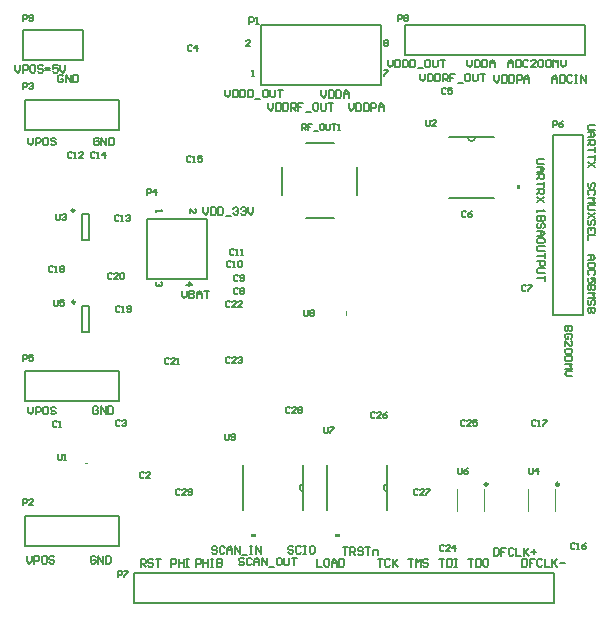
<source format=gto>
G04*
G04 #@! TF.GenerationSoftware,Altium Limited,Altium Designer,18.0.11 (651)*
G04*
G04 Layer_Color=65535*
%FSLAX25Y25*%
%MOIN*%
G70*
G01*
G75*
%ADD10C,0.00000*%
%ADD11C,0.00984*%
%ADD12C,0.00600*%
%ADD13C,0.01000*%
%ADD14C,0.00787*%
%ADD15C,0.00100*%
%ADD16C,0.00394*%
%ADD17C,0.00500*%
G36*
X84789Y-173961D02*
Y-174961D01*
X83289D01*
Y-173961D01*
X84789D01*
D02*
G37*
G36*
X112742D02*
Y-174961D01*
X111242D01*
Y-173961D01*
X112742D01*
D02*
G37*
G36*
X171993Y-57718D02*
X172993D01*
Y-59219D01*
X171993D01*
Y-57718D01*
D02*
G37*
D10*
X27847Y-150712D02*
G03*
X28846Y-150712I500J1123D01*
G01*
D11*
X24332Y-66312D02*
G03*
X24332Y-66312I-492J0D01*
G01*
X24525Y-96784D02*
G03*
X24525Y-96784I-492J0D01*
G01*
D12*
X155493Y-41919D02*
G03*
X157893Y-41919I1200J0D01*
G01*
X100589Y-157461D02*
G03*
X100589Y-159861I0J-1200D01*
G01*
X128542Y-157461D02*
G03*
X128542Y-159861I0J-1200D01*
G01*
X149279Y-62019D02*
X164107D01*
X149279Y-41919D02*
X164107D01*
X80489Y-166076D02*
Y-151247D01*
X100589Y-166076D02*
Y-151247D01*
X128542Y-166076D02*
Y-151247D01*
X108442Y-166076D02*
Y-151247D01*
D13*
X162024Y-157579D02*
G03*
X162024Y-157579I-500J0D01*
G01*
X185843D02*
G03*
X185843Y-157579I-500J0D01*
G01*
D14*
X29056Y-76154D02*
Y-67493D01*
X26694Y-76154D02*
Y-67493D01*
Y-76154D02*
X29056D01*
X26694Y-67493D02*
X29056D01*
X29249Y-106626D02*
Y-97965D01*
X26887Y-106626D02*
Y-97965D01*
Y-106626D02*
X29249D01*
X26887Y-97965D02*
X29249D01*
X44055Y-197126D02*
Y-187126D01*
X184055D01*
Y-197126D02*
Y-187126D01*
X176555Y-197126D02*
X184055D01*
X44055D02*
X176555D01*
X101420Y-43840D02*
X110719D01*
X93570Y-60990D02*
Y-51691D01*
X101420Y-68840D02*
X110720D01*
X118570Y-60989D02*
Y-51690D01*
X134528Y-14449D02*
X194528D01*
X134528Y-4449D02*
X194528D01*
X134528Y-14449D02*
Y-4449D01*
X194528Y-14449D02*
Y-4449D01*
X126575Y-24449D02*
Y-4449D01*
X86575Y-24449D02*
Y-4449D01*
X126575D01*
X86575Y-24449D02*
X126575D01*
X68490Y-89020D02*
Y-69020D01*
X48490D02*
X68490D01*
X48490Y-89020D02*
X68490D01*
X48490D02*
Y-69020D01*
X183740Y-101172D02*
X193740D01*
X183740Y-41172D02*
X193740D01*
Y-101172D02*
Y-41172D01*
X183740Y-101172D02*
Y-41172D01*
X39213Y-129803D02*
Y-119803D01*
X7717Y-129803D02*
X39213D01*
X7717D02*
Y-119803D01*
X39213D01*
Y-178000D02*
Y-168000D01*
X7717Y-178000D02*
X39213D01*
X7717D02*
Y-168000D01*
X39213D01*
Y-39290D02*
Y-29290D01*
X7717Y-39290D02*
X39213D01*
X7717D02*
Y-29290D01*
X39213D01*
X27126Y-16024D02*
Y-6024D01*
X7126Y-16024D02*
X27126D01*
X7126D02*
Y-6024D01*
X27126D01*
D15*
X114673Y-101068D02*
Y-99869D01*
D16*
X160827Y-166535D02*
Y-159252D01*
X151772Y-166535D02*
Y-159252D01*
X184646Y-166535D02*
Y-159252D01*
X175591Y-166535D02*
Y-159252D01*
D17*
X4600Y-17791D02*
Y-19457D01*
X5433Y-20290D01*
X6266Y-19457D01*
Y-17791D01*
X7099Y-20290D02*
Y-17791D01*
X8349D01*
X8765Y-18207D01*
Y-19040D01*
X8349Y-19457D01*
X7099D01*
X10848Y-17791D02*
X10015D01*
X9598Y-18207D01*
Y-19873D01*
X10015Y-20290D01*
X10848D01*
X11265Y-19873D01*
Y-18207D01*
X10848Y-17791D01*
X13764Y-18207D02*
X13347Y-17791D01*
X12514D01*
X12098Y-18207D01*
Y-18624D01*
X12514Y-19040D01*
X13347D01*
X13764Y-19457D01*
Y-19873D01*
X13347Y-20290D01*
X12514D01*
X12098Y-19873D01*
X14597Y-19457D02*
X16263D01*
X14597Y-18624D02*
X16263D01*
X18762Y-17791D02*
X17096D01*
Y-19040D01*
X17929Y-18624D01*
X18346D01*
X18762Y-19040D01*
Y-19873D01*
X18346Y-20290D01*
X17513D01*
X17096Y-19873D01*
X19595Y-17791D02*
Y-19457D01*
X20428Y-20290D01*
X21261Y-19457D01*
Y-17791D01*
X67290Y-65191D02*
Y-66857D01*
X68123Y-67690D01*
X68956Y-66857D01*
Y-65191D01*
X69789D02*
Y-67690D01*
X71039D01*
X71455Y-67273D01*
Y-65607D01*
X71039Y-65191D01*
X69789D01*
X72288D02*
Y-67690D01*
X73538D01*
X73954Y-67273D01*
Y-65607D01*
X73538Y-65191D01*
X72288D01*
X74788Y-68107D02*
X76454D01*
X77287Y-65607D02*
X77703Y-65191D01*
X78536D01*
X78953Y-65607D01*
Y-66024D01*
X78536Y-66440D01*
X78120D01*
X78536D01*
X78953Y-66857D01*
Y-67273D01*
X78536Y-67690D01*
X77703D01*
X77287Y-67273D01*
X79786Y-65607D02*
X80203Y-65191D01*
X81036D01*
X81452Y-65607D01*
Y-66024D01*
X81036Y-66440D01*
X80619D01*
X81036D01*
X81452Y-66857D01*
Y-67273D01*
X81036Y-67690D01*
X80203D01*
X79786Y-67273D01*
X82285Y-65191D02*
Y-66857D01*
X83118Y-67690D01*
X83951Y-66857D01*
Y-65191D01*
X60140Y-92971D02*
Y-94637D01*
X60973Y-95470D01*
X61806Y-94637D01*
Y-92971D01*
X62639D02*
Y-95470D01*
X63889D01*
X64305Y-95053D01*
Y-94637D01*
X63889Y-94220D01*
X62639D01*
X63889D01*
X64305Y-93804D01*
Y-93387D01*
X63889Y-92971D01*
X62639D01*
X65138Y-95470D02*
Y-93804D01*
X65971Y-92971D01*
X66804Y-93804D01*
Y-95470D01*
Y-94220D01*
X65138D01*
X67638Y-92971D02*
X69304D01*
X68471D01*
Y-95470D01*
X31406Y-181867D02*
X30990Y-181451D01*
X30156D01*
X29740Y-181867D01*
Y-183534D01*
X30156Y-183950D01*
X30990D01*
X31406Y-183534D01*
Y-182700D01*
X30573D01*
X32239Y-183950D02*
Y-181451D01*
X33905Y-183950D01*
Y-181451D01*
X34738D02*
Y-183950D01*
X35988D01*
X36404Y-183534D01*
Y-181867D01*
X35988Y-181451D01*
X34738D01*
X32226Y-131987D02*
X31810Y-131571D01*
X30977D01*
X30560Y-131987D01*
Y-133653D01*
X30977Y-134070D01*
X31810D01*
X32226Y-133653D01*
Y-132820D01*
X31393D01*
X33059Y-134070D02*
Y-131571D01*
X34725Y-134070D01*
Y-131571D01*
X35558D02*
Y-134070D01*
X36808D01*
X37225Y-133653D01*
Y-131987D01*
X36808Y-131571D01*
X35558D01*
X32486Y-42377D02*
X32070Y-41961D01*
X31236D01*
X30820Y-42377D01*
Y-44043D01*
X31236Y-44460D01*
X32070D01*
X32486Y-44043D01*
Y-43210D01*
X31653D01*
X33319Y-44460D02*
Y-41961D01*
X34985Y-44460D01*
Y-41961D01*
X35818D02*
Y-44460D01*
X37068D01*
X37484Y-44043D01*
Y-42377D01*
X37068Y-41961D01*
X35818D01*
X8440Y-181451D02*
Y-183117D01*
X9273Y-183950D01*
X10106Y-183117D01*
Y-181451D01*
X10939Y-183950D02*
Y-181451D01*
X12189D01*
X12605Y-181867D01*
Y-182700D01*
X12189Y-183117D01*
X10939D01*
X14688Y-181451D02*
X13855D01*
X13438Y-181867D01*
Y-183534D01*
X13855Y-183950D01*
X14688D01*
X15104Y-183534D01*
Y-181867D01*
X14688Y-181451D01*
X17604Y-181867D02*
X17187Y-181451D01*
X16354D01*
X15938Y-181867D01*
Y-182284D01*
X16354Y-182700D01*
X17187D01*
X17604Y-183117D01*
Y-183534D01*
X17187Y-183950D01*
X16354D01*
X15938Y-183534D01*
X8850Y-131691D02*
Y-133357D01*
X9683Y-134190D01*
X10516Y-133357D01*
Y-131691D01*
X11349Y-134190D02*
Y-131691D01*
X12599D01*
X13015Y-132107D01*
Y-132940D01*
X12599Y-133357D01*
X11349D01*
X15098Y-131691D02*
X14265D01*
X13848Y-132107D01*
Y-133774D01*
X14265Y-134190D01*
X15098D01*
X15515Y-133774D01*
Y-132107D01*
X15098Y-131691D01*
X18014Y-132107D02*
X17597Y-131691D01*
X16764D01*
X16348Y-132107D01*
Y-132524D01*
X16764Y-132940D01*
X17597D01*
X18014Y-133357D01*
Y-133774D01*
X17597Y-134190D01*
X16764D01*
X16348Y-133774D01*
X8880Y-41961D02*
Y-43627D01*
X9713Y-44460D01*
X10546Y-43627D01*
Y-41961D01*
X11379Y-44460D02*
Y-41961D01*
X12629D01*
X13045Y-42377D01*
Y-43210D01*
X12629Y-43627D01*
X11379D01*
X15128Y-41961D02*
X14295D01*
X13878Y-42377D01*
Y-44043D01*
X14295Y-44460D01*
X15128D01*
X15544Y-44043D01*
Y-42377D01*
X15128Y-41961D01*
X18044Y-42377D02*
X17627Y-41961D01*
X16794D01*
X16378Y-42377D01*
Y-42794D01*
X16794Y-43210D01*
X17627D01*
X18044Y-43627D01*
Y-44043D01*
X17627Y-44460D01*
X16794D01*
X16378Y-44043D01*
X173590Y-182497D02*
Y-184996D01*
X174840D01*
X175256Y-184580D01*
Y-182914D01*
X174840Y-182497D01*
X173590D01*
X177755D02*
X176089D01*
Y-183747D01*
X176922D01*
X176089D01*
Y-184996D01*
X180254Y-182914D02*
X179838Y-182497D01*
X179005D01*
X178588Y-182914D01*
Y-184580D01*
X179005Y-184996D01*
X179838D01*
X180254Y-184580D01*
X181088Y-182497D02*
Y-184996D01*
X182754D01*
X183587Y-182497D02*
Y-184996D01*
Y-184163D01*
X185253Y-182497D01*
X184003Y-183747D01*
X185253Y-184996D01*
X186086Y-183747D02*
X187752D01*
X164080Y-178781D02*
Y-181280D01*
X165330D01*
X165746Y-180863D01*
Y-179197D01*
X165330Y-178781D01*
X164080D01*
X168245D02*
X166579D01*
Y-180030D01*
X167412D01*
X166579D01*
Y-181280D01*
X170745Y-179197D02*
X170328Y-178781D01*
X169495D01*
X169078Y-179197D01*
Y-180863D01*
X169495Y-181280D01*
X170328D01*
X170745Y-180863D01*
X171578Y-178781D02*
Y-181280D01*
X173244D01*
X174077Y-178781D02*
Y-181280D01*
Y-180447D01*
X175743Y-178781D01*
X174493Y-180030D01*
X175743Y-181280D01*
X176576Y-180030D02*
X178242D01*
X177409Y-179197D02*
Y-180863D01*
X155650Y-182497D02*
X157316D01*
X156483D01*
Y-184996D01*
X158149Y-182497D02*
Y-184996D01*
X159399D01*
X159815Y-184580D01*
Y-182914D01*
X159399Y-182497D01*
X158149D01*
X161898D02*
X161065D01*
X160648Y-182914D01*
Y-184580D01*
X161065Y-184996D01*
X161898D01*
X162314Y-184580D01*
Y-182914D01*
X161898Y-182497D01*
X145970D02*
X147636D01*
X146803D01*
Y-184996D01*
X148469Y-182497D02*
Y-184996D01*
X149719D01*
X150135Y-184580D01*
Y-182914D01*
X149719Y-182497D01*
X148469D01*
X150968D02*
X151801D01*
X151385D01*
Y-184996D01*
X150968D01*
X151801D01*
X135560Y-182497D02*
X137226D01*
X136393D01*
Y-184996D01*
X138059D02*
Y-182497D01*
X138892Y-183330D01*
X139725Y-182497D01*
Y-184996D01*
X142225Y-182914D02*
X141808Y-182497D01*
X140975D01*
X140558Y-182914D01*
Y-183330D01*
X140975Y-183747D01*
X141808D01*
X142225Y-184163D01*
Y-184580D01*
X141808Y-184996D01*
X140975D01*
X140558Y-184580D01*
X125340Y-182497D02*
X127006D01*
X126173D01*
Y-184996D01*
X129505Y-182914D02*
X129089Y-182497D01*
X128256D01*
X127839Y-182914D01*
Y-184580D01*
X128256Y-184996D01*
X129089D01*
X129505Y-184580D01*
X130338Y-182497D02*
Y-184996D01*
Y-184163D01*
X132004Y-182497D01*
X130755Y-183747D01*
X132004Y-184996D01*
X113830Y-178541D02*
X115496D01*
X114663D01*
Y-181040D01*
X116329D02*
Y-178541D01*
X117579D01*
X117995Y-178957D01*
Y-179790D01*
X117579Y-180207D01*
X116329D01*
X117162D02*
X117995Y-181040D01*
X120494Y-178957D02*
X120078Y-178541D01*
X119245D01*
X118828Y-178957D01*
Y-179374D01*
X119245Y-179790D01*
X120078D01*
X120494Y-180207D01*
Y-180623D01*
X120078Y-181040D01*
X119245D01*
X118828Y-180623D01*
X121328Y-178541D02*
X122994D01*
X122161D01*
Y-181040D01*
X123827D02*
Y-179374D01*
X125076D01*
X125493Y-179790D01*
Y-181040D01*
X105100Y-182497D02*
Y-184996D01*
X106766D01*
X108849Y-182497D02*
X108016D01*
X107599Y-182914D01*
Y-184580D01*
X108016Y-184996D01*
X108849D01*
X109265Y-184580D01*
Y-182914D01*
X108849Y-182497D01*
X110098Y-184996D02*
Y-183330D01*
X110931Y-182497D01*
X111765Y-183330D01*
Y-184996D01*
Y-183747D01*
X110098D01*
X112598Y-182497D02*
Y-184996D01*
X113847D01*
X114264Y-184580D01*
Y-182914D01*
X113847Y-182497D01*
X112598D01*
X97306Y-178587D02*
X96890Y-178171D01*
X96056D01*
X95640Y-178587D01*
Y-179004D01*
X96056Y-179420D01*
X96890D01*
X97306Y-179837D01*
Y-180254D01*
X96890Y-180670D01*
X96056D01*
X95640Y-180254D01*
X99805Y-178587D02*
X99389Y-178171D01*
X98556D01*
X98139Y-178587D01*
Y-180254D01*
X98556Y-180670D01*
X99389D01*
X99805Y-180254D01*
X100638Y-178171D02*
X101471D01*
X101055D01*
Y-180670D01*
X100638D01*
X101471D01*
X103971Y-178171D02*
X103138D01*
X102721Y-178587D01*
Y-180254D01*
X103138Y-180670D01*
X103971D01*
X104387Y-180254D01*
Y-178587D01*
X103971Y-178171D01*
X80856Y-182497D02*
X80440Y-182081D01*
X79606D01*
X79190Y-182497D01*
Y-182914D01*
X79606Y-183330D01*
X80440D01*
X80856Y-183747D01*
Y-184163D01*
X80440Y-184580D01*
X79606D01*
X79190Y-184163D01*
X83355Y-182497D02*
X82939Y-182081D01*
X82106D01*
X81689Y-182497D01*
Y-184163D01*
X82106Y-184580D01*
X82939D01*
X83355Y-184163D01*
X84188Y-184580D02*
Y-182914D01*
X85021Y-182081D01*
X85855Y-182914D01*
Y-184580D01*
Y-183330D01*
X84188D01*
X86688Y-184580D02*
Y-182081D01*
X88354Y-184580D01*
Y-182081D01*
X89187Y-184996D02*
X90853D01*
X92936Y-182081D02*
X92102D01*
X91686Y-182497D01*
Y-184163D01*
X92102Y-184580D01*
X92936D01*
X93352Y-184163D01*
Y-182497D01*
X92936Y-182081D01*
X94185D02*
Y-184163D01*
X94602Y-184580D01*
X95435D01*
X95851Y-184163D01*
Y-182081D01*
X96684D02*
X98351D01*
X97517D01*
Y-184580D01*
X71866Y-178607D02*
X71450Y-178191D01*
X70617D01*
X70200Y-178607D01*
Y-179024D01*
X70617Y-179440D01*
X71450D01*
X71866Y-179857D01*
Y-180273D01*
X71450Y-180690D01*
X70617D01*
X70200Y-180273D01*
X74365Y-178607D02*
X73949Y-178191D01*
X73116D01*
X72699Y-178607D01*
Y-180273D01*
X73116Y-180690D01*
X73949D01*
X74365Y-180273D01*
X75198Y-180690D02*
Y-179024D01*
X76031Y-178191D01*
X76864Y-179024D01*
Y-180690D01*
Y-179440D01*
X75198D01*
X77698Y-180690D02*
Y-178191D01*
X79364Y-180690D01*
Y-178191D01*
X80197Y-181106D02*
X81863D01*
X82696Y-178191D02*
X83529D01*
X83113D01*
Y-180690D01*
X82696D01*
X83529D01*
X84779D02*
Y-178191D01*
X86445Y-180690D01*
Y-178191D01*
X64770Y-184996D02*
Y-182497D01*
X66020D01*
X66436Y-182914D01*
Y-183747D01*
X66020Y-184163D01*
X64770D01*
X67269Y-182497D02*
Y-184996D01*
Y-183747D01*
X68935D01*
Y-182497D01*
Y-184996D01*
X69768Y-182497D02*
X70601D01*
X70185D01*
Y-184996D01*
X69768D01*
X70601D01*
X71851Y-182497D02*
Y-184996D01*
X73101D01*
X73517Y-184580D01*
Y-184163D01*
X73101Y-183747D01*
X71851D01*
X73101D01*
X73517Y-183330D01*
Y-182914D01*
X73101Y-182497D01*
X71851D01*
X56510Y-184996D02*
Y-182497D01*
X57760D01*
X58176Y-182914D01*
Y-183747D01*
X57760Y-184163D01*
X56510D01*
X59009Y-182497D02*
Y-184996D01*
Y-183747D01*
X60675D01*
Y-182497D01*
Y-184996D01*
X61508Y-182497D02*
X62341D01*
X61925D01*
Y-184996D01*
X61508D01*
X62341D01*
X46340D02*
Y-182497D01*
X47590D01*
X48006Y-182914D01*
Y-183747D01*
X47590Y-184163D01*
X46340D01*
X47173D02*
X48006Y-184996D01*
X50505Y-182914D02*
X50089Y-182497D01*
X49256D01*
X48839Y-182914D01*
Y-183330D01*
X49256Y-183747D01*
X50089D01*
X50505Y-184163D01*
Y-184580D01*
X50089Y-184996D01*
X49256D01*
X48839Y-184580D01*
X51338Y-182497D02*
X53004D01*
X52171D01*
Y-184996D01*
X20536Y-21497D02*
X20120Y-21081D01*
X19286D01*
X18870Y-21497D01*
Y-23164D01*
X19286Y-23580D01*
X20120D01*
X20536Y-23164D01*
Y-22330D01*
X19703D01*
X21369Y-23580D02*
Y-21081D01*
X23035Y-23580D01*
Y-21081D01*
X23868D02*
Y-23580D01*
X25118D01*
X25534Y-23164D01*
Y-21497D01*
X25118Y-21081D01*
X23868D01*
X190229Y-104850D02*
X187730D01*
Y-106100D01*
X188146Y-106516D01*
X188563D01*
X188980Y-106100D01*
Y-104850D01*
Y-106100D01*
X189396Y-106516D01*
X189813D01*
X190229Y-106100D01*
Y-104850D01*
X189813Y-109015D02*
X190229Y-108599D01*
Y-107766D01*
X189813Y-107349D01*
X188146D01*
X187730Y-107766D01*
Y-108599D01*
X188146Y-109015D01*
X188980D01*
Y-108182D01*
X187730Y-111514D02*
Y-109848D01*
X189396Y-111514D01*
X189813D01*
X190229Y-111098D01*
Y-110265D01*
X189813Y-109848D01*
Y-112348D02*
X190229Y-112764D01*
Y-113597D01*
X189813Y-114014D01*
X188146D01*
X187730Y-113597D01*
Y-112764D01*
X188146Y-112348D01*
X189813D01*
Y-114847D02*
X190229Y-115263D01*
Y-116096D01*
X189813Y-116513D01*
X188146D01*
X187730Y-116096D01*
Y-115263D01*
X188146Y-114847D01*
X189813D01*
X187730Y-117346D02*
X190229D01*
X189396Y-118179D01*
X190229Y-119012D01*
X187730D01*
X190229Y-119845D02*
X188563D01*
X187730Y-120678D01*
X188563Y-121511D01*
X190229D01*
X195410Y-81130D02*
X197076D01*
X197909Y-81963D01*
X197076Y-82796D01*
X195410D01*
X196660D01*
Y-81130D01*
X197909Y-83629D02*
X195410D01*
Y-84879D01*
X195826Y-85295D01*
X197493D01*
X197909Y-84879D01*
Y-83629D01*
X197493Y-87795D02*
X197909Y-87378D01*
Y-86545D01*
X197493Y-86128D01*
X195826D01*
X195410Y-86545D01*
Y-87378D01*
X195826Y-87795D01*
X197909Y-90294D02*
Y-88628D01*
X196660D01*
X197076Y-89461D01*
Y-89877D01*
X196660Y-90294D01*
X195826D01*
X195410Y-89877D01*
Y-89044D01*
X195826Y-88628D01*
X197909Y-91127D02*
X195410D01*
Y-92376D01*
X195826Y-92793D01*
X196243D01*
X196660Y-92376D01*
Y-91127D01*
Y-92376D01*
X197076Y-92793D01*
X197493D01*
X197909Y-92376D01*
Y-91127D01*
X195410Y-93626D02*
X197909D01*
X197076Y-94459D01*
X197909Y-95292D01*
X195410D01*
X197493Y-97791D02*
X197909Y-97375D01*
Y-96542D01*
X197493Y-96125D01*
X197076D01*
X196660Y-96542D01*
Y-97375D01*
X196243Y-97791D01*
X195826D01*
X195410Y-97375D01*
Y-96542D01*
X195826Y-96125D01*
X197909Y-98624D02*
X195410D01*
Y-99874D01*
X195826Y-100291D01*
X196243D01*
X196660Y-99874D01*
Y-98624D01*
Y-99874D01*
X197076Y-100291D01*
X197493D01*
X197909Y-99874D01*
Y-98624D01*
X178540Y-66000D02*
Y-66833D01*
Y-66417D01*
X181039D01*
X180623Y-66000D01*
X181039Y-68083D02*
X178540D01*
Y-69332D01*
X178956Y-69749D01*
X179373D01*
X179790Y-69332D01*
Y-68083D01*
Y-69332D01*
X180206Y-69749D01*
X180623D01*
X181039Y-69332D01*
Y-68083D01*
X180623Y-72248D02*
X181039Y-71831D01*
Y-70998D01*
X180623Y-70582D01*
X180206D01*
X179790Y-70998D01*
Y-71831D01*
X179373Y-72248D01*
X178956D01*
X178540Y-71831D01*
Y-70998D01*
X178956Y-70582D01*
X178540Y-73081D02*
X180206D01*
X181039Y-73914D01*
X180206Y-74747D01*
X178540D01*
X179790D01*
Y-73081D01*
X181039Y-76830D02*
Y-75997D01*
X180623Y-75580D01*
X178956D01*
X178540Y-75997D01*
Y-76830D01*
X178956Y-77246D01*
X180623D01*
X181039Y-76830D01*
Y-78079D02*
X178956D01*
X178540Y-78496D01*
Y-79329D01*
X178956Y-79746D01*
X181039D01*
Y-80579D02*
Y-82245D01*
Y-81412D01*
X178540D01*
Y-83078D02*
X181039D01*
Y-84327D01*
X180623Y-84744D01*
X179790D01*
X179373Y-84327D01*
Y-83078D01*
X181039Y-85577D02*
X178956D01*
X178540Y-85993D01*
Y-86827D01*
X178956Y-87243D01*
X181039D01*
Y-88076D02*
Y-89742D01*
Y-88909D01*
X178540D01*
X197433Y-58616D02*
X197849Y-58200D01*
Y-57367D01*
X197433Y-56950D01*
X197016D01*
X196600Y-57367D01*
Y-58200D01*
X196183Y-58616D01*
X195766D01*
X195350Y-58200D01*
Y-57367D01*
X195766Y-56950D01*
X197433Y-61115D02*
X197849Y-60699D01*
Y-59866D01*
X197433Y-59449D01*
X195766D01*
X195350Y-59866D01*
Y-60699D01*
X195766Y-61115D01*
X195350Y-61948D02*
X197849D01*
X197016Y-62781D01*
X197849Y-63614D01*
X195350D01*
X197849Y-64448D02*
X195766D01*
X195350Y-64864D01*
Y-65697D01*
X195766Y-66114D01*
X197849D01*
Y-66947D02*
X195350Y-68613D01*
X197849D02*
X195350Y-66947D01*
X197433Y-71112D02*
X197849Y-70696D01*
Y-69863D01*
X197433Y-69446D01*
X197016D01*
X196600Y-69863D01*
Y-70696D01*
X196183Y-71112D01*
X195766D01*
X195350Y-70696D01*
Y-69863D01*
X195766Y-69446D01*
X197849Y-73611D02*
Y-71945D01*
X195350D01*
Y-73611D01*
X196600Y-71945D02*
Y-72778D01*
X197849Y-74444D02*
X195350D01*
Y-76111D01*
X180919Y-49190D02*
X178837D01*
X178420Y-49606D01*
Y-50440D01*
X178837Y-50856D01*
X180919D01*
X178420Y-51689D02*
X180086D01*
X180919Y-52522D01*
X180086Y-53355D01*
X178420D01*
X179670D01*
Y-51689D01*
X178420Y-54188D02*
X180919D01*
Y-55438D01*
X180503Y-55854D01*
X179670D01*
X179253Y-55438D01*
Y-54188D01*
Y-55021D02*
X178420Y-55854D01*
X180919Y-56688D02*
Y-58354D01*
Y-57521D01*
X178420D01*
Y-59187D02*
X180919D01*
Y-60436D01*
X180503Y-60853D01*
X179670D01*
X179253Y-60436D01*
Y-59187D01*
Y-60020D02*
X178420Y-60853D01*
X180919Y-61686D02*
X178420Y-63352D01*
X180919D02*
X178420Y-61686D01*
X197849Y-37720D02*
X195766D01*
X195350Y-38137D01*
Y-38970D01*
X195766Y-39386D01*
X197849D01*
X195350Y-40219D02*
X197016D01*
X197849Y-41052D01*
X197016Y-41885D01*
X195350D01*
X196600D01*
Y-40219D01*
X195350Y-42718D02*
X197849D01*
Y-43968D01*
X197433Y-44385D01*
X196600D01*
X196183Y-43968D01*
Y-42718D01*
Y-43551D02*
X195350Y-44385D01*
X197849Y-45218D02*
Y-46884D01*
Y-46051D01*
X195350D01*
X197849Y-47717D02*
Y-49383D01*
Y-48550D01*
X195350D01*
X197849Y-50216D02*
X195350Y-51882D01*
X197849D02*
X195350Y-50216D01*
X183650Y-23607D02*
Y-21940D01*
X184483Y-21107D01*
X185316Y-21940D01*
Y-23607D01*
Y-22357D01*
X183650D01*
X186149Y-21107D02*
Y-23607D01*
X187399D01*
X187815Y-23190D01*
Y-21524D01*
X187399Y-21107D01*
X186149D01*
X190314Y-21524D02*
X189898Y-21107D01*
X189065D01*
X188648Y-21524D01*
Y-23190D01*
X189065Y-23607D01*
X189898D01*
X190314Y-23190D01*
X191148Y-21107D02*
X191981D01*
X191564D01*
Y-23607D01*
X191148D01*
X191981D01*
X193230D02*
Y-21107D01*
X194896Y-23607D01*
Y-21107D01*
X169000Y-18440D02*
Y-16774D01*
X169833Y-15941D01*
X170666Y-16774D01*
Y-18440D01*
Y-17190D01*
X169000D01*
X171499Y-15941D02*
Y-18440D01*
X172749D01*
X173165Y-18023D01*
Y-16357D01*
X172749Y-15941D01*
X171499D01*
X175664Y-16357D02*
X175248Y-15941D01*
X174415D01*
X173998Y-16357D01*
Y-18023D01*
X174415Y-18440D01*
X175248D01*
X175664Y-18023D01*
X178164Y-18440D02*
X176498D01*
X178164Y-16774D01*
Y-16357D01*
X177747Y-15941D01*
X176914D01*
X176498Y-16357D01*
X178997D02*
X179413Y-15941D01*
X180246D01*
X180663Y-16357D01*
Y-18023D01*
X180246Y-18440D01*
X179413D01*
X178997Y-18023D01*
Y-16357D01*
X181496D02*
X181913Y-15941D01*
X182746D01*
X183162Y-16357D01*
Y-18023D01*
X182746Y-18440D01*
X181913D01*
X181496Y-18023D01*
Y-16357D01*
X183995Y-18440D02*
Y-15941D01*
X184828Y-16774D01*
X185661Y-15941D01*
Y-18440D01*
X186494Y-15941D02*
Y-17607D01*
X187327Y-18440D01*
X188161Y-17607D01*
Y-15941D01*
X164330Y-21107D02*
Y-22773D01*
X165163Y-23607D01*
X165996Y-22773D01*
Y-21107D01*
X166829D02*
Y-23607D01*
X168079D01*
X168495Y-23190D01*
Y-21524D01*
X168079Y-21107D01*
X166829D01*
X169328D02*
Y-23607D01*
X170578D01*
X170994Y-23190D01*
Y-21524D01*
X170578Y-21107D01*
X169328D01*
X171828Y-23607D02*
Y-21107D01*
X173077D01*
X173494Y-21524D01*
Y-22357D01*
X173077Y-22773D01*
X171828D01*
X174327Y-23607D02*
Y-21940D01*
X175160Y-21107D01*
X175993Y-21940D01*
Y-23607D01*
Y-22357D01*
X174327D01*
X115830Y-30581D02*
Y-32247D01*
X116663Y-33080D01*
X117496Y-32247D01*
Y-30581D01*
X118329D02*
Y-33080D01*
X119579D01*
X119995Y-32664D01*
Y-30997D01*
X119579Y-30581D01*
X118329D01*
X120828D02*
Y-33080D01*
X122078D01*
X122494Y-32664D01*
Y-30997D01*
X122078Y-30581D01*
X120828D01*
X123328Y-33080D02*
Y-30581D01*
X124577D01*
X124994Y-30997D01*
Y-31830D01*
X124577Y-32247D01*
X123328D01*
X125827Y-33080D02*
Y-31414D01*
X126660Y-30581D01*
X127493Y-31414D01*
Y-33080D01*
Y-31830D01*
X125827D01*
X106630Y-26191D02*
Y-27857D01*
X107463Y-28690D01*
X108296Y-27857D01*
Y-26191D01*
X109129D02*
Y-28690D01*
X110379D01*
X110795Y-28273D01*
Y-26607D01*
X110379Y-26191D01*
X109129D01*
X111628D02*
Y-28690D01*
X112878D01*
X113294Y-28273D01*
Y-26607D01*
X112878Y-26191D01*
X111628D01*
X114128Y-28690D02*
Y-27024D01*
X114961Y-26191D01*
X115794Y-27024D01*
Y-28690D01*
Y-27440D01*
X114128D01*
X155240Y-15941D02*
Y-17607D01*
X156073Y-18440D01*
X156906Y-17607D01*
Y-15941D01*
X157739D02*
Y-18440D01*
X158989D01*
X159405Y-18023D01*
Y-16357D01*
X158989Y-15941D01*
X157739D01*
X160238D02*
Y-18440D01*
X161488D01*
X161905Y-18023D01*
Y-16357D01*
X161488Y-15941D01*
X160238D01*
X162738Y-18440D02*
Y-16774D01*
X163571Y-15941D01*
X164404Y-16774D01*
Y-18440D01*
Y-17190D01*
X162738D01*
X139560Y-20691D02*
Y-22357D01*
X140393Y-23190D01*
X141226Y-22357D01*
Y-20691D01*
X142059D02*
Y-23190D01*
X143309D01*
X143725Y-22773D01*
Y-21107D01*
X143309Y-20691D01*
X142059D01*
X144558D02*
Y-23190D01*
X145808D01*
X146224Y-22773D01*
Y-21107D01*
X145808Y-20691D01*
X144558D01*
X147058Y-23190D02*
Y-20691D01*
X148307D01*
X148724Y-21107D01*
Y-21940D01*
X148307Y-22357D01*
X147058D01*
X147891D02*
X148724Y-23190D01*
X151223Y-20691D02*
X149557D01*
Y-21940D01*
X150390D01*
X149557D01*
Y-23190D01*
X152056Y-23607D02*
X153722D01*
X155805Y-20691D02*
X154972D01*
X154555Y-21107D01*
Y-22773D01*
X154972Y-23190D01*
X155805D01*
X156221Y-22773D01*
Y-21107D01*
X155805Y-20691D01*
X157054D02*
Y-22773D01*
X157471Y-23190D01*
X158304D01*
X158721Y-22773D01*
Y-20691D01*
X159554D02*
X161220D01*
X160387D01*
Y-23190D01*
X88960Y-30521D02*
Y-32187D01*
X89793Y-33020D01*
X90626Y-32187D01*
Y-30521D01*
X91459D02*
Y-33020D01*
X92709D01*
X93125Y-32603D01*
Y-30937D01*
X92709Y-30521D01*
X91459D01*
X93958D02*
Y-33020D01*
X95208D01*
X95625Y-32603D01*
Y-30937D01*
X95208Y-30521D01*
X93958D01*
X96458Y-33020D02*
Y-30521D01*
X97707D01*
X98124Y-30937D01*
Y-31770D01*
X97707Y-32187D01*
X96458D01*
X97291D02*
X98124Y-33020D01*
X100623Y-30521D02*
X98957D01*
Y-31770D01*
X99790D01*
X98957D01*
Y-33020D01*
X101456Y-33437D02*
X103122D01*
X105205Y-30521D02*
X104372D01*
X103955Y-30937D01*
Y-32603D01*
X104372Y-33020D01*
X105205D01*
X105621Y-32603D01*
Y-30937D01*
X105205Y-30521D01*
X106454D02*
Y-32603D01*
X106871Y-33020D01*
X107704D01*
X108121Y-32603D01*
Y-30521D01*
X108953D02*
X110620D01*
X109787D01*
Y-33020D01*
X128740Y-15941D02*
Y-17607D01*
X129573Y-18440D01*
X130406Y-17607D01*
Y-15941D01*
X131239D02*
Y-18440D01*
X132489D01*
X132905Y-18023D01*
Y-16357D01*
X132489Y-15941D01*
X131239D01*
X133738D02*
Y-18440D01*
X134988D01*
X135405Y-18023D01*
Y-16357D01*
X134988Y-15941D01*
X133738D01*
X136238D02*
Y-18440D01*
X137487D01*
X137904Y-18023D01*
Y-16357D01*
X137487Y-15941D01*
X136238D01*
X138737Y-18857D02*
X140403D01*
X142485Y-15941D02*
X141653D01*
X141236Y-16357D01*
Y-18023D01*
X141653Y-18440D01*
X142485D01*
X142902Y-18023D01*
Y-16357D01*
X142485Y-15941D01*
X143735D02*
Y-18023D01*
X144152Y-18440D01*
X144985D01*
X145401Y-18023D01*
Y-15941D01*
X146234D02*
X147900D01*
X147067D01*
Y-18440D01*
X74630Y-26071D02*
Y-27737D01*
X75463Y-28570D01*
X76296Y-27737D01*
Y-26071D01*
X77129D02*
Y-28570D01*
X78379D01*
X78795Y-28153D01*
Y-26487D01*
X78379Y-26071D01*
X77129D01*
X79628D02*
Y-28570D01*
X80878D01*
X81295Y-28153D01*
Y-26487D01*
X80878Y-26071D01*
X79628D01*
X82128D02*
Y-28570D01*
X83377D01*
X83794Y-28153D01*
Y-26487D01*
X83377Y-26071D01*
X82128D01*
X84627Y-28986D02*
X86293D01*
X88376Y-26071D02*
X87542D01*
X87126Y-26487D01*
Y-28153D01*
X87542Y-28570D01*
X88376D01*
X88792Y-28153D01*
Y-26487D01*
X88376Y-26071D01*
X89625D02*
Y-28153D01*
X90042Y-28570D01*
X90875D01*
X91291Y-28153D01*
Y-26071D01*
X92124D02*
X93791D01*
X92957D01*
Y-28570D01*
X127575Y-9783D02*
X127908Y-9449D01*
X128575D01*
X128908Y-9783D01*
Y-10116D01*
X128575Y-10449D01*
X128908Y-10782D01*
Y-11116D01*
X128575Y-11449D01*
X127908D01*
X127575Y-11116D01*
Y-10782D01*
X127908Y-10449D01*
X127575Y-10116D01*
Y-9783D01*
X127908Y-10449D02*
X128575D01*
X127575Y-19450D02*
X128908D01*
Y-19783D01*
X127575Y-21116D01*
Y-21449D01*
X83575D02*
X84241D01*
X83908D01*
Y-19450D01*
X83575Y-19783D01*
X82908Y-11449D02*
X81575D01*
X82908Y-10116D01*
Y-9783D01*
X82574Y-9449D01*
X81908D01*
X81575Y-9783D01*
X51490Y-66020D02*
Y-66686D01*
Y-66353D01*
X53489D01*
X53156Y-66020D01*
X62980Y-66953D02*
Y-65620D01*
X64313Y-66953D01*
X64646D01*
X64979Y-66620D01*
Y-65953D01*
X64646Y-65620D01*
X61490Y-91020D02*
X63489D01*
X62490Y-90020D01*
Y-91353D01*
X53156Y-90020D02*
X53489Y-90353D01*
Y-91020D01*
X53156Y-91353D01*
X52823D01*
X52490Y-91020D01*
Y-90687D01*
Y-91020D01*
X52156Y-91353D01*
X51823D01*
X51490Y-91020D01*
Y-90353D01*
X51823Y-90020D01*
X141600Y-36101D02*
Y-37767D01*
X141933Y-38100D01*
X142600D01*
X142933Y-37767D01*
Y-36101D01*
X144932Y-38100D02*
X143599D01*
X144932Y-36767D01*
Y-36434D01*
X144599Y-36101D01*
X143933D01*
X143599Y-36434D01*
X152100Y-152101D02*
Y-153767D01*
X152433Y-154100D01*
X153100D01*
X153433Y-153767D01*
Y-152101D01*
X155432D02*
X154766Y-152434D01*
X154099Y-153100D01*
Y-153767D01*
X154433Y-154100D01*
X155099D01*
X155432Y-153767D01*
Y-153434D01*
X155099Y-153100D01*
X154099D01*
X147653Y-178024D02*
X147320Y-177691D01*
X146653D01*
X146320Y-178024D01*
Y-179357D01*
X146653Y-179690D01*
X147320D01*
X147653Y-179357D01*
X149652Y-179690D02*
X148319D01*
X149652Y-178357D01*
Y-178024D01*
X149319Y-177691D01*
X148653D01*
X148319Y-178024D01*
X151318Y-179690D02*
Y-177691D01*
X150319Y-178690D01*
X151652D01*
X191173Y-177544D02*
X190840Y-177211D01*
X190173D01*
X189840Y-177544D01*
Y-178877D01*
X190173Y-179210D01*
X190840D01*
X191173Y-178877D01*
X191839Y-179210D02*
X192506D01*
X192173D01*
Y-177211D01*
X191839Y-177544D01*
X194838Y-177211D02*
X194172Y-177544D01*
X193506Y-178210D01*
Y-178877D01*
X193839Y-179210D01*
X194505D01*
X194838Y-178877D01*
Y-178544D01*
X194505Y-178210D01*
X193506D01*
X132070Y-3060D02*
Y-1061D01*
X133070D01*
X133403Y-1394D01*
Y-2060D01*
X133070Y-2394D01*
X132070D01*
X134069Y-1394D02*
X134403Y-1061D01*
X135069D01*
X135402Y-1394D01*
Y-1727D01*
X135069Y-2060D01*
X135402Y-2394D01*
Y-2727D01*
X135069Y-3060D01*
X134403D01*
X134069Y-2727D01*
Y-2394D01*
X134403Y-2060D01*
X134069Y-1727D01*
Y-1394D01*
X134403Y-2060D02*
X135069D01*
X183870Y-38300D02*
Y-36301D01*
X184870D01*
X185203Y-36634D01*
Y-37300D01*
X184870Y-37634D01*
X183870D01*
X187202Y-36301D02*
X186536Y-36634D01*
X185869Y-37300D01*
Y-37967D01*
X186203Y-38300D01*
X186869D01*
X187202Y-37967D01*
Y-37634D01*
X186869Y-37300D01*
X185869D01*
X38920Y-188510D02*
Y-186511D01*
X39920D01*
X40253Y-186844D01*
Y-187510D01*
X39920Y-187844D01*
X38920D01*
X40919Y-186511D02*
X42252D01*
Y-186844D01*
X40919Y-188177D01*
Y-188510D01*
X74540Y-140881D02*
Y-142547D01*
X74873Y-142880D01*
X75540D01*
X75873Y-142547D01*
Y-140881D01*
X76539Y-142547D02*
X76873Y-142880D01*
X77539D01*
X77872Y-142547D01*
Y-141214D01*
X77539Y-140881D01*
X76873D01*
X76539Y-141214D01*
Y-141547D01*
X76873Y-141880D01*
X77872D01*
X100750Y-99291D02*
Y-100957D01*
X101083Y-101290D01*
X101750D01*
X102083Y-100957D01*
Y-99291D01*
X102749Y-99624D02*
X103083Y-99291D01*
X103749D01*
X104082Y-99624D01*
Y-99957D01*
X103749Y-100290D01*
X104082Y-100624D01*
Y-100957D01*
X103749Y-101290D01*
X103083D01*
X102749Y-100957D01*
Y-100624D01*
X103083Y-100290D01*
X102749Y-99957D01*
Y-99624D01*
X103083Y-100290D02*
X103749D01*
X107600Y-138601D02*
Y-140267D01*
X107933Y-140600D01*
X108600D01*
X108933Y-140267D01*
Y-138601D01*
X109599D02*
X110932D01*
Y-138934D01*
X109599Y-140267D01*
Y-140600D01*
X17350Y-96181D02*
Y-97847D01*
X17683Y-98180D01*
X18350D01*
X18683Y-97847D01*
Y-96181D01*
X20682D02*
X19349D01*
Y-97180D01*
X20016Y-96847D01*
X20349D01*
X20682Y-97180D01*
Y-97847D01*
X20349Y-98180D01*
X19683D01*
X19349Y-97847D01*
X175900Y-152101D02*
Y-153767D01*
X176233Y-154100D01*
X176900D01*
X177233Y-153767D01*
Y-152101D01*
X178899Y-154100D02*
Y-152101D01*
X177899Y-153100D01*
X179232D01*
X18810Y-147351D02*
Y-149017D01*
X19143Y-149350D01*
X19810D01*
X20143Y-149017D01*
Y-147351D01*
X20809Y-149350D02*
X21476D01*
X21143D01*
Y-147351D01*
X20809Y-147684D01*
X18070Y-67501D02*
Y-69167D01*
X18403Y-69500D01*
X19070D01*
X19403Y-69167D01*
Y-67501D01*
X20069Y-67834D02*
X20403Y-67501D01*
X21069D01*
X21402Y-67834D01*
Y-68167D01*
X21069Y-68500D01*
X20736D01*
X21069D01*
X21402Y-68834D01*
Y-69167D01*
X21069Y-69500D01*
X20403D01*
X20069Y-69167D01*
X100180Y-39380D02*
Y-37381D01*
X101180D01*
X101513Y-37714D01*
Y-38380D01*
X101180Y-38713D01*
X100180D01*
X100847D02*
X101513Y-39380D01*
X103512Y-37381D02*
X102179D01*
Y-38380D01*
X102846D01*
X102179D01*
Y-39380D01*
X104179Y-39713D02*
X105512D01*
X107178Y-37381D02*
X106511D01*
X106178Y-37714D01*
Y-39047D01*
X106511Y-39380D01*
X107178D01*
X107511Y-39047D01*
Y-37714D01*
X107178Y-37381D01*
X108177D02*
Y-39047D01*
X108511Y-39380D01*
X109177D01*
X109510Y-39047D01*
Y-37381D01*
X110177D02*
X111510D01*
X110843D01*
Y-39380D01*
X112176D02*
X112843D01*
X112509D01*
Y-37381D01*
X112176Y-37714D01*
X7200Y-3100D02*
Y-1101D01*
X8200D01*
X8533Y-1434D01*
Y-2100D01*
X8200Y-2434D01*
X7200D01*
X9199Y-2767D02*
X9533Y-3100D01*
X10199D01*
X10532Y-2767D01*
Y-1434D01*
X10199Y-1101D01*
X9533D01*
X9199Y-1434D01*
Y-1767D01*
X9533Y-2100D01*
X10532D01*
X7200Y-116300D02*
Y-114301D01*
X8200D01*
X8533Y-114634D01*
Y-115300D01*
X8200Y-115633D01*
X7200D01*
X10532Y-114301D02*
X9199D01*
Y-115300D01*
X9866Y-114967D01*
X10199D01*
X10532Y-115300D01*
Y-115967D01*
X10199Y-116300D01*
X9533D01*
X9199Y-115967D01*
X7200Y-164500D02*
Y-162501D01*
X8200D01*
X8533Y-162834D01*
Y-163500D01*
X8200Y-163833D01*
X7200D01*
X10532Y-164500D02*
X9199D01*
X10532Y-163167D01*
Y-162834D01*
X10199Y-162501D01*
X9533D01*
X9199Y-162834D01*
X7200Y-25800D02*
Y-23801D01*
X8200D01*
X8533Y-24134D01*
Y-24800D01*
X8200Y-25133D01*
X7200D01*
X9199Y-24134D02*
X9533Y-23801D01*
X10199D01*
X10532Y-24134D01*
Y-24467D01*
X10199Y-24800D01*
X9866D01*
X10199D01*
X10532Y-25133D01*
Y-25467D01*
X10199Y-25800D01*
X9533D01*
X9199Y-25467D01*
X48600Y-61000D02*
Y-59001D01*
X49600D01*
X49933Y-59334D01*
Y-60000D01*
X49600Y-60334D01*
X48600D01*
X51599Y-61000D02*
Y-59001D01*
X50599Y-60000D01*
X51932D01*
X82350Y-4230D02*
Y-1731D01*
X83600D01*
X84016Y-2147D01*
Y-2980D01*
X83600Y-3397D01*
X82350D01*
X84849Y-4230D02*
X85682D01*
X85266D01*
Y-1731D01*
X84849Y-2147D01*
X59533Y-159534D02*
X59200Y-159201D01*
X58533D01*
X58200Y-159534D01*
Y-160867D01*
X58533Y-161200D01*
X59200D01*
X59533Y-160867D01*
X61532Y-161200D02*
X60199D01*
X61532Y-159867D01*
Y-159534D01*
X61199Y-159201D01*
X60533D01*
X60199Y-159534D01*
X62199Y-160867D02*
X62532Y-161200D01*
X63198D01*
X63532Y-160867D01*
Y-159534D01*
X63198Y-159201D01*
X62532D01*
X62199Y-159534D01*
Y-159867D01*
X62532Y-160200D01*
X63532D01*
X96063Y-132104D02*
X95730Y-131771D01*
X95063D01*
X94730Y-132104D01*
Y-133437D01*
X95063Y-133770D01*
X95730D01*
X96063Y-133437D01*
X98062Y-133770D02*
X96729D01*
X98062Y-132437D01*
Y-132104D01*
X97729Y-131771D01*
X97063D01*
X96729Y-132104D01*
X98729D02*
X99062Y-131771D01*
X99728D01*
X100062Y-132104D01*
Y-132437D01*
X99728Y-132770D01*
X100062Y-133104D01*
Y-133437D01*
X99728Y-133770D01*
X99062D01*
X98729Y-133437D01*
Y-133104D01*
X99062Y-132770D01*
X98729Y-132437D01*
Y-132104D01*
X99062Y-132770D02*
X99728D01*
X138733Y-159534D02*
X138400Y-159201D01*
X137733D01*
X137400Y-159534D01*
Y-160867D01*
X137733Y-161200D01*
X138400D01*
X138733Y-160867D01*
X140732Y-161200D02*
X139399D01*
X140732Y-159867D01*
Y-159534D01*
X140399Y-159201D01*
X139733D01*
X139399Y-159534D01*
X141399Y-159201D02*
X142732D01*
Y-159534D01*
X141399Y-160867D01*
Y-161200D01*
X124533Y-133814D02*
X124200Y-133481D01*
X123533D01*
X123200Y-133814D01*
Y-135147D01*
X123533Y-135480D01*
X124200D01*
X124533Y-135147D01*
X126532Y-135480D02*
X125199D01*
X126532Y-134147D01*
Y-133814D01*
X126199Y-133481D01*
X125533D01*
X125199Y-133814D01*
X128532Y-133481D02*
X127865Y-133814D01*
X127199Y-134480D01*
Y-135147D01*
X127532Y-135480D01*
X128198D01*
X128532Y-135147D01*
Y-134814D01*
X128198Y-134480D01*
X127199D01*
X154533Y-136334D02*
X154200Y-136001D01*
X153533D01*
X153200Y-136334D01*
Y-137667D01*
X153533Y-138000D01*
X154200D01*
X154533Y-137667D01*
X156532Y-138000D02*
X155199D01*
X156532Y-136667D01*
Y-136334D01*
X156199Y-136001D01*
X155533D01*
X155199Y-136334D01*
X158532Y-136001D02*
X157199D01*
Y-137000D01*
X157865Y-136667D01*
X158198D01*
X158532Y-137000D01*
Y-137667D01*
X158198Y-138000D01*
X157532D01*
X157199Y-137667D01*
X76173Y-115454D02*
X75840Y-115121D01*
X75173D01*
X74840Y-115454D01*
Y-116787D01*
X75173Y-117120D01*
X75840D01*
X76173Y-116787D01*
X78172Y-117120D02*
X76839D01*
X78172Y-115787D01*
Y-115454D01*
X77839Y-115121D01*
X77173D01*
X76839Y-115454D01*
X78839D02*
X79172Y-115121D01*
X79838D01*
X80172Y-115454D01*
Y-115787D01*
X79838Y-116120D01*
X79505D01*
X79838D01*
X80172Y-116454D01*
Y-116787D01*
X79838Y-117120D01*
X79172D01*
X78839Y-116787D01*
X76193Y-96874D02*
X75860Y-96541D01*
X75193D01*
X74860Y-96874D01*
Y-98207D01*
X75193Y-98540D01*
X75860D01*
X76193Y-98207D01*
X78192Y-98540D02*
X76859D01*
X78192Y-97207D01*
Y-96874D01*
X77859Y-96541D01*
X77193D01*
X76859Y-96874D01*
X80192Y-98540D02*
X78859D01*
X80192Y-97207D01*
Y-96874D01*
X79858Y-96541D01*
X79192D01*
X78859Y-96874D01*
X55733Y-115734D02*
X55400Y-115401D01*
X54733D01*
X54400Y-115734D01*
Y-117067D01*
X54733Y-117400D01*
X55400D01*
X55733Y-117067D01*
X57732Y-117400D02*
X56399D01*
X57732Y-116067D01*
Y-115734D01*
X57399Y-115401D01*
X56733D01*
X56399Y-115734D01*
X58399Y-117400D02*
X59065D01*
X58732D01*
Y-115401D01*
X58399Y-115734D01*
X36713Y-87584D02*
X36380Y-87251D01*
X35713D01*
X35380Y-87584D01*
Y-88917D01*
X35713Y-89250D01*
X36380D01*
X36713Y-88917D01*
X38712Y-89250D02*
X37379D01*
X38712Y-87917D01*
Y-87584D01*
X38379Y-87251D01*
X37713D01*
X37379Y-87584D01*
X39379D02*
X39712Y-87251D01*
X40378D01*
X40712Y-87584D01*
Y-88917D01*
X40378Y-89250D01*
X39712D01*
X39379Y-88917D01*
Y-87584D01*
X39533Y-98534D02*
X39200Y-98201D01*
X38533D01*
X38200Y-98534D01*
Y-99867D01*
X38533Y-100200D01*
X39200D01*
X39533Y-99867D01*
X40199Y-100200D02*
X40866D01*
X40533D01*
Y-98201D01*
X40199Y-98534D01*
X41866Y-99867D02*
X42199Y-100200D01*
X42865D01*
X43198Y-99867D01*
Y-98534D01*
X42865Y-98201D01*
X42199D01*
X41866Y-98534D01*
Y-98867D01*
X42199Y-99200D01*
X43198D01*
X17263Y-85134D02*
X16930Y-84801D01*
X16263D01*
X15930Y-85134D01*
Y-86467D01*
X16263Y-86800D01*
X16930D01*
X17263Y-86467D01*
X17929Y-86800D02*
X18596D01*
X18263D01*
Y-84801D01*
X17929Y-85134D01*
X19595D02*
X19929Y-84801D01*
X20595D01*
X20928Y-85134D01*
Y-85467D01*
X20595Y-85800D01*
X20928Y-86134D01*
Y-86467D01*
X20595Y-86800D01*
X19929D01*
X19595Y-86467D01*
Y-86134D01*
X19929Y-85800D01*
X19595Y-85467D01*
Y-85134D01*
X19929Y-85800D02*
X20595D01*
X178133Y-136334D02*
X177800Y-136001D01*
X177133D01*
X176800Y-136334D01*
Y-137667D01*
X177133Y-138000D01*
X177800D01*
X178133Y-137667D01*
X178799Y-138000D02*
X179466D01*
X179133D01*
Y-136001D01*
X178799Y-136334D01*
X180465Y-136001D02*
X181798D01*
Y-136334D01*
X180465Y-137667D01*
Y-138000D01*
X154933Y-66734D02*
X154600Y-66401D01*
X153933D01*
X153600Y-66734D01*
Y-68067D01*
X153933Y-68400D01*
X154600D01*
X154933Y-68067D01*
X156932Y-66401D02*
X156266Y-66734D01*
X155599Y-67400D01*
Y-68067D01*
X155933Y-68400D01*
X156599D01*
X156932Y-68067D01*
Y-67734D01*
X156599Y-67400D01*
X155599D01*
X148043Y-25894D02*
X147710Y-25561D01*
X147043D01*
X146710Y-25894D01*
Y-27227D01*
X147043Y-27560D01*
X147710D01*
X148043Y-27227D01*
X150042Y-25561D02*
X148709D01*
Y-26560D01*
X149376Y-26227D01*
X149709D01*
X150042Y-26560D01*
Y-27227D01*
X149709Y-27560D01*
X149043D01*
X148709Y-27227D01*
X63433Y-11534D02*
X63100Y-11201D01*
X62433D01*
X62100Y-11534D01*
Y-12867D01*
X62433Y-13200D01*
X63100D01*
X63433Y-12867D01*
X65099Y-13200D02*
Y-11201D01*
X64099Y-12200D01*
X65432D01*
X39393Y-136274D02*
X39060Y-135941D01*
X38393D01*
X38060Y-136274D01*
Y-137607D01*
X38393Y-137940D01*
X39060D01*
X39393Y-137607D01*
X40059Y-136274D02*
X40393Y-135941D01*
X41059D01*
X41392Y-136274D01*
Y-136607D01*
X41059Y-136940D01*
X40726D01*
X41059D01*
X41392Y-137274D01*
Y-137607D01*
X41059Y-137940D01*
X40393D01*
X40059Y-137607D01*
X47433Y-153634D02*
X47100Y-153301D01*
X46433D01*
X46100Y-153634D01*
Y-154967D01*
X46433Y-155300D01*
X47100D01*
X47433Y-154967D01*
X49432Y-155300D02*
X48099D01*
X49432Y-153967D01*
Y-153634D01*
X49099Y-153301D01*
X48433D01*
X48099Y-153634D01*
X18373Y-136904D02*
X18040Y-136571D01*
X17373D01*
X17040Y-136904D01*
Y-138237D01*
X17373Y-138570D01*
X18040D01*
X18373Y-138237D01*
X19039Y-138570D02*
X19706D01*
X19373D01*
Y-136571D01*
X19039Y-136904D01*
X174963Y-91504D02*
X174630Y-91171D01*
X173963D01*
X173630Y-91504D01*
Y-92837D01*
X173963Y-93170D01*
X174630D01*
X174963Y-92837D01*
X175629Y-91171D02*
X176962D01*
Y-91504D01*
X175629Y-92837D01*
Y-93170D01*
X78732Y-88104D02*
X78399Y-87771D01*
X77732D01*
X77399Y-88104D01*
Y-89437D01*
X77732Y-89770D01*
X78399D01*
X78732Y-89437D01*
X79399D02*
X79732Y-89770D01*
X80398D01*
X80731Y-89437D01*
Y-88104D01*
X80398Y-87771D01*
X79732D01*
X79399Y-88104D01*
Y-88437D01*
X79732Y-88770D01*
X80731D01*
X63033Y-48334D02*
X62700Y-48001D01*
X62033D01*
X61700Y-48334D01*
Y-49667D01*
X62033Y-50000D01*
X62700D01*
X63033Y-49667D01*
X63699Y-50000D02*
X64366D01*
X64033D01*
Y-48001D01*
X63699Y-48334D01*
X66698Y-48001D02*
X65365D01*
Y-49000D01*
X66032Y-48667D01*
X66365D01*
X66698Y-49000D01*
Y-49667D01*
X66365Y-50000D01*
X65699D01*
X65365Y-49667D01*
X31233Y-47034D02*
X30900Y-46701D01*
X30233D01*
X29900Y-47034D01*
Y-48367D01*
X30233Y-48700D01*
X30900D01*
X31233Y-48367D01*
X31899Y-48700D02*
X32566D01*
X32233D01*
Y-46701D01*
X31899Y-47034D01*
X34565Y-48700D02*
Y-46701D01*
X33566Y-47700D01*
X34898D01*
X39133Y-68234D02*
X38800Y-67901D01*
X38133D01*
X37800Y-68234D01*
Y-69567D01*
X38133Y-69900D01*
X38800D01*
X39133Y-69567D01*
X39799Y-69900D02*
X40466D01*
X40133D01*
Y-67901D01*
X39799Y-68234D01*
X41465D02*
X41799Y-67901D01*
X42465D01*
X42798Y-68234D01*
Y-68567D01*
X42465Y-68900D01*
X42132D01*
X42465D01*
X42798Y-69234D01*
Y-69567D01*
X42465Y-69900D01*
X41799D01*
X41465Y-69567D01*
X23433Y-47034D02*
X23100Y-46701D01*
X22433D01*
X22100Y-47034D01*
Y-48367D01*
X22433Y-48700D01*
X23100D01*
X23433Y-48367D01*
X24099Y-48700D02*
X24766D01*
X24433D01*
Y-46701D01*
X24099Y-47034D01*
X27098Y-48700D02*
X25765D01*
X27098Y-47367D01*
Y-47034D01*
X26765Y-46701D01*
X26099D01*
X25765Y-47034D01*
X78672Y-92524D02*
X78339Y-92191D01*
X77672D01*
X77339Y-92524D01*
Y-93857D01*
X77672Y-94190D01*
X78339D01*
X78672Y-93857D01*
X79339Y-92524D02*
X79672Y-92191D01*
X80338D01*
X80671Y-92524D01*
Y-92857D01*
X80338Y-93190D01*
X80671Y-93524D01*
Y-93857D01*
X80338Y-94190D01*
X79672D01*
X79339Y-93857D01*
Y-93524D01*
X79672Y-93190D01*
X79339Y-92857D01*
Y-92524D01*
X79672Y-93190D02*
X80338D01*
X77463Y-79334D02*
X77129Y-79001D01*
X76463D01*
X76130Y-79334D01*
Y-80667D01*
X76463Y-81000D01*
X77129D01*
X77463Y-80667D01*
X78129Y-81000D02*
X78795D01*
X78462D01*
Y-79001D01*
X78129Y-79334D01*
X79795Y-81000D02*
X80462D01*
X80128D01*
Y-79001D01*
X79795Y-79334D01*
X76589Y-83584D02*
X76256Y-83251D01*
X75590D01*
X75257Y-83584D01*
Y-84917D01*
X75590Y-85250D01*
X76256D01*
X76589Y-84917D01*
X77256Y-85250D02*
X77922D01*
X77589D01*
Y-83251D01*
X77256Y-83584D01*
X78922D02*
X79255Y-83251D01*
X79922D01*
X80255Y-83584D01*
Y-84917D01*
X79922Y-85250D01*
X79255D01*
X78922Y-84917D01*
Y-83584D01*
M02*

</source>
